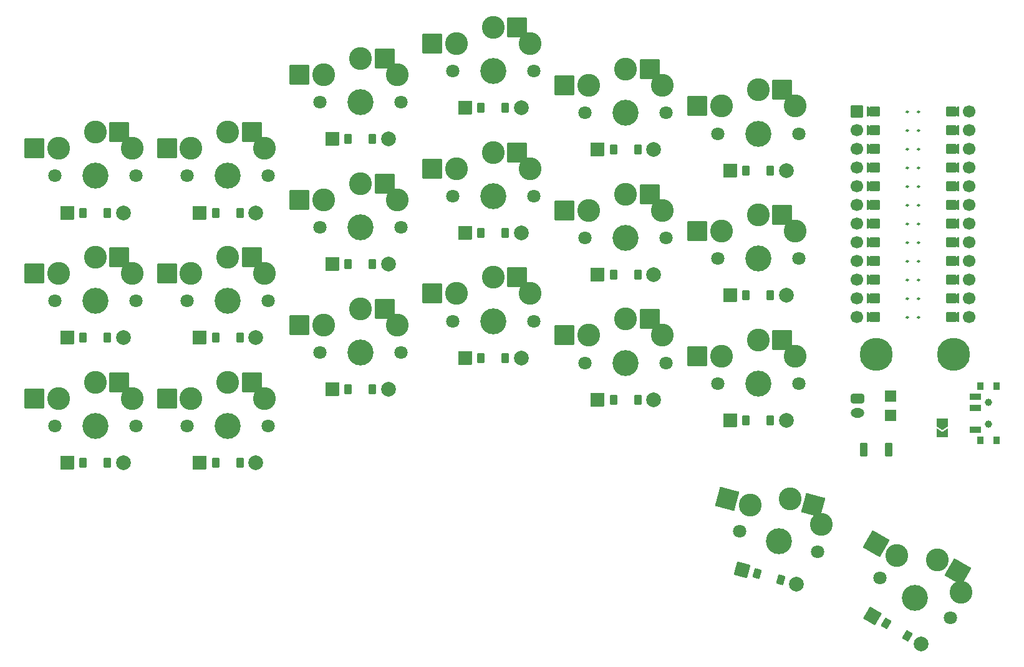
<source format=gbr>
%TF.GenerationSoftware,KiCad,Pcbnew,(7.0.0-0)*%
%TF.CreationDate,2023-02-19T20:14:33+01:00*%
%TF.ProjectId,karlkb_6x3,6b61726c-6b62-45f3-9678-332e6b696361,v0.1*%
%TF.SameCoordinates,Original*%
%TF.FileFunction,Soldermask,Top*%
%TF.FilePolarity,Negative*%
%FSLAX46Y46*%
G04 Gerber Fmt 4.6, Leading zero omitted, Abs format (unit mm)*
G04 Created by KiCad (PCBNEW (7.0.0-0)) date 2023-02-19 20:14:33*
%MOMM*%
%LPD*%
G01*
G04 APERTURE LIST*
G04 Aperture macros list*
%AMRoundRect*
0 Rectangle with rounded corners*
0 $1 Rounding radius*
0 $2 $3 $4 $5 $6 $7 $8 $9 X,Y pos of 4 corners*
0 Add a 4 corners polygon primitive as box body*
4,1,4,$2,$3,$4,$5,$6,$7,$8,$9,$2,$3,0*
0 Add four circle primitives for the rounded corners*
1,1,$1+$1,$2,$3*
1,1,$1+$1,$4,$5*
1,1,$1+$1,$6,$7*
1,1,$1+$1,$8,$9*
0 Add four rect primitives between the rounded corners*
20,1,$1+$1,$2,$3,$4,$5,0*
20,1,$1+$1,$4,$5,$6,$7,0*
20,1,$1+$1,$6,$7,$8,$9,0*
20,1,$1+$1,$8,$9,$2,$3,0*%
%AMFreePoly0*
4,1,16,0.635355,1.035355,0.650000,1.000000,0.650000,-0.250000,0.635355,-0.285355,0.600000,-0.300000,-0.600000,-0.300000,-0.635355,-0.285355,-0.650000,-0.250000,-0.650000,1.000000,-0.635355,1.035355,-0.600000,1.050000,-0.564645,1.035355,0.000000,0.470710,0.564645,1.035355,0.600000,1.050000,0.635355,1.035355,0.635355,1.035355,$1*%
%AMFreePoly1*
4,1,14,0.635355,0.435355,0.650000,0.400000,0.650000,0.200000,0.635355,0.164645,0.035355,-0.435355,0.000000,-0.450000,-0.035355,-0.435355,-0.635355,0.164645,-0.650000,0.200000,-0.650000,0.400000,-0.635355,0.435355,-0.600000,0.450000,0.600000,0.450000,0.635355,0.435355,0.635355,0.435355,$1*%
%AMFreePoly2*
4,1,16,0.523593,0.794084,0.541603,0.777735,1.041603,0.027735,1.050000,0.000000,1.041603,-0.027735,0.541603,-0.777735,0.523593,-0.794084,0.500000,-0.800000,-0.500000,-0.800000,-0.535355,-0.785355,-0.550000,-0.750000,-0.550000,0.750000,-0.535355,0.785355,-0.500000,0.800000,0.500000,0.800000,0.523593,0.794084,0.523593,0.794084,$1*%
%AMFreePoly3*
4,1,16,0.535355,0.785355,0.550000,0.750000,0.550000,-0.750000,0.535355,-0.785355,0.500000,-0.800000,-0.650000,-0.800000,-0.682954,-0.787603,-0.699568,-0.756561,-0.691603,-0.722265,-0.210093,0.000000,-0.691603,0.722265,-0.699568,0.756561,-0.682954,0.787603,-0.650000,0.800000,0.500000,0.800000,0.535355,0.785355,0.535355,0.785355,$1*%
G04 Aperture macros list end*
%ADD10C,0.100000*%
%ADD11C,0.250000*%
%ADD12C,3.529000*%
%ADD13C,1.801800*%
%ADD14C,3.100000*%
%ADD15RoundRect,0.050000X-1.300000X-1.300000X1.300000X-1.300000X1.300000X1.300000X-1.300000X1.300000X0*%
%ADD16RoundRect,0.050000X-1.592168X-0.919239X0.919239X-1.592168X1.592168X0.919239X-0.919239X1.592168X0*%
%ADD17RoundRect,0.050000X-1.775833X-0.475833X0.475833X-1.775833X1.775833X0.475833X-0.475833X1.775833X0*%
%ADD18RoundRect,0.050000X-0.450000X-0.600000X0.450000X-0.600000X0.450000X0.600000X-0.450000X0.600000X0*%
%ADD19C,2.005000*%
%ADD20RoundRect,0.050000X-0.889000X-0.889000X0.889000X-0.889000X0.889000X0.889000X-0.889000X0.889000X0*%
%ADD21RoundRect,0.050000X-0.589958X-0.463087X0.279375X-0.696024X0.589958X0.463087X-0.279375X0.696024X0*%
%ADD22RoundRect,0.050000X-1.088798X-0.628618X0.628618X-1.088798X1.088798X0.628618X-0.628618X1.088798X0*%
%ADD23RoundRect,0.050000X-0.689711X-0.294615X0.089711X-0.744615X0.689711X0.294615X-0.089711X0.744615X0*%
%ADD24RoundRect,0.050000X-1.214397X-0.325397X0.325397X-1.214397X1.214397X0.325397X-0.325397X1.214397X0*%
%ADD25FreePoly0,270.000000*%
%ADD26FreePoly1,270.000000*%
%ADD27FreePoly0,90.000000*%
%ADD28FreePoly1,90.000000*%
%ADD29RoundRect,0.050000X-0.800000X0.800000X-0.800000X-0.800000X0.800000X-0.800000X0.800000X0.800000X0*%
%ADD30C,1.700000*%
%ADD31RoundRect,0.300000X-0.625000X-0.350000X0.625000X-0.350000X0.625000X0.350000X-0.625000X0.350000X0*%
%ADD32O,1.850000X1.300000*%
%ADD33RoundRect,0.050000X-0.750000X-0.750000X0.750000X-0.750000X0.750000X0.750000X-0.750000X0.750000X0*%
%ADD34FreePoly2,270.000000*%
%ADD35FreePoly3,270.000000*%
%ADD36C,1.000000*%
%ADD37RoundRect,0.050000X0.750000X-0.350000X0.750000X0.350000X-0.750000X0.350000X-0.750000X-0.350000X0*%
%ADD38RoundRect,0.050000X0.400000X-0.500000X0.400000X0.500000X-0.400000X0.500000X-0.400000X-0.500000X0*%
%ADD39RoundRect,0.050000X-0.450000X-0.850000X0.450000X-0.850000X0.450000X0.850000X-0.450000X0.850000X0*%
%ADD40C,4.500000*%
G04 APERTURE END LIST*
%TO.C,MCU1*%
G36*
X255920000Y-107788000D02*
G01*
X254904000Y-107788000D01*
X254904000Y-106772000D01*
X255920000Y-106772000D01*
X255920000Y-107788000D01*
G37*
D10*
X255920000Y-107788000D02*
X254904000Y-107788000D01*
X254904000Y-106772000D01*
X255920000Y-106772000D01*
X255920000Y-107788000D01*
G36*
X255920000Y-110328000D02*
G01*
X254904000Y-110328000D01*
X254904000Y-109312000D01*
X255920000Y-109312000D01*
X255920000Y-110328000D01*
G37*
X255920000Y-110328000D02*
X254904000Y-110328000D01*
X254904000Y-109312000D01*
X255920000Y-109312000D01*
X255920000Y-110328000D01*
G36*
X255920000Y-112868000D02*
G01*
X254904000Y-112868000D01*
X254904000Y-111852000D01*
X255920000Y-111852000D01*
X255920000Y-112868000D01*
G37*
X255920000Y-112868000D02*
X254904000Y-112868000D01*
X254904000Y-111852000D01*
X255920000Y-111852000D01*
X255920000Y-112868000D01*
G36*
X255920000Y-115408000D02*
G01*
X254904000Y-115408000D01*
X254904000Y-114392000D01*
X255920000Y-114392000D01*
X255920000Y-115408000D01*
G37*
X255920000Y-115408000D02*
X254904000Y-115408000D01*
X254904000Y-114392000D01*
X255920000Y-114392000D01*
X255920000Y-115408000D01*
G36*
X255920000Y-117948000D02*
G01*
X254904000Y-117948000D01*
X254904000Y-116932000D01*
X255920000Y-116932000D01*
X255920000Y-117948000D01*
G37*
X255920000Y-117948000D02*
X254904000Y-117948000D01*
X254904000Y-116932000D01*
X255920000Y-116932000D01*
X255920000Y-117948000D01*
G36*
X255920000Y-120488000D02*
G01*
X254904000Y-120488000D01*
X254904000Y-119472000D01*
X255920000Y-119472000D01*
X255920000Y-120488000D01*
G37*
X255920000Y-120488000D02*
X254904000Y-120488000D01*
X254904000Y-119472000D01*
X255920000Y-119472000D01*
X255920000Y-120488000D01*
G36*
X255920000Y-123028000D02*
G01*
X254904000Y-123028000D01*
X254904000Y-122012000D01*
X255920000Y-122012000D01*
X255920000Y-123028000D01*
G37*
X255920000Y-123028000D02*
X254904000Y-123028000D01*
X254904000Y-122012000D01*
X255920000Y-122012000D01*
X255920000Y-123028000D01*
G36*
X255920000Y-125568000D02*
G01*
X254904000Y-125568000D01*
X254904000Y-124552000D01*
X255920000Y-124552000D01*
X255920000Y-125568000D01*
G37*
X255920000Y-125568000D02*
X254904000Y-125568000D01*
X254904000Y-124552000D01*
X255920000Y-124552000D01*
X255920000Y-125568000D01*
G36*
X255920000Y-128108000D02*
G01*
X254904000Y-128108000D01*
X254904000Y-127092000D01*
X255920000Y-127092000D01*
X255920000Y-128108000D01*
G37*
X255920000Y-128108000D02*
X254904000Y-128108000D01*
X254904000Y-127092000D01*
X255920000Y-127092000D01*
X255920000Y-128108000D01*
G36*
X255920000Y-130648000D02*
G01*
X254904000Y-130648000D01*
X254904000Y-129632000D01*
X255920000Y-129632000D01*
X255920000Y-130648000D01*
G37*
X255920000Y-130648000D02*
X254904000Y-130648000D01*
X254904000Y-129632000D01*
X255920000Y-129632000D01*
X255920000Y-130648000D01*
G36*
X255920000Y-133188000D02*
G01*
X254904000Y-133188000D01*
X254904000Y-132172000D01*
X255920000Y-132172000D01*
X255920000Y-133188000D01*
G37*
X255920000Y-133188000D02*
X254904000Y-133188000D01*
X254904000Y-132172000D01*
X255920000Y-132172000D01*
X255920000Y-133188000D01*
G36*
X255920000Y-135728000D02*
G01*
X254904000Y-135728000D01*
X254904000Y-134712000D01*
X255920000Y-134712000D01*
X255920000Y-135728000D01*
G37*
X255920000Y-135728000D02*
X254904000Y-135728000D01*
X254904000Y-134712000D01*
X255920000Y-134712000D01*
X255920000Y-135728000D01*
G36*
X267096000Y-135728000D02*
G01*
X266080000Y-135728000D01*
X266080000Y-134712000D01*
X267096000Y-134712000D01*
X267096000Y-135728000D01*
G37*
X267096000Y-135728000D02*
X266080000Y-135728000D01*
X266080000Y-134712000D01*
X267096000Y-134712000D01*
X267096000Y-135728000D01*
G36*
X267096000Y-130648000D02*
G01*
X266080000Y-130648000D01*
X266080000Y-129632000D01*
X267096000Y-129632000D01*
X267096000Y-130648000D01*
G37*
X267096000Y-130648000D02*
X266080000Y-130648000D01*
X266080000Y-129632000D01*
X267096000Y-129632000D01*
X267096000Y-130648000D01*
G36*
X267096000Y-125568000D02*
G01*
X266080000Y-125568000D01*
X266080000Y-124552000D01*
X267096000Y-124552000D01*
X267096000Y-125568000D01*
G37*
X267096000Y-125568000D02*
X266080000Y-125568000D01*
X266080000Y-124552000D01*
X267096000Y-124552000D01*
X267096000Y-125568000D01*
G36*
X267096000Y-115408000D02*
G01*
X266080000Y-115408000D01*
X266080000Y-114392000D01*
X267096000Y-114392000D01*
X267096000Y-115408000D01*
G37*
X267096000Y-115408000D02*
X266080000Y-115408000D01*
X266080000Y-114392000D01*
X267096000Y-114392000D01*
X267096000Y-115408000D01*
G36*
X267096000Y-133188000D02*
G01*
X266080000Y-133188000D01*
X266080000Y-132172000D01*
X267096000Y-132172000D01*
X267096000Y-133188000D01*
G37*
X267096000Y-133188000D02*
X266080000Y-133188000D01*
X266080000Y-132172000D01*
X267096000Y-132172000D01*
X267096000Y-133188000D01*
G36*
X267096000Y-128108000D02*
G01*
X266080000Y-128108000D01*
X266080000Y-127092000D01*
X267096000Y-127092000D01*
X267096000Y-128108000D01*
G37*
X267096000Y-128108000D02*
X266080000Y-128108000D01*
X266080000Y-127092000D01*
X267096000Y-127092000D01*
X267096000Y-128108000D01*
G36*
X267096000Y-120488000D02*
G01*
X266080000Y-120488000D01*
X266080000Y-119472000D01*
X267096000Y-119472000D01*
X267096000Y-120488000D01*
G37*
X267096000Y-120488000D02*
X266080000Y-120488000D01*
X266080000Y-119472000D01*
X267096000Y-119472000D01*
X267096000Y-120488000D01*
G36*
X267096000Y-117948000D02*
G01*
X266080000Y-117948000D01*
X266080000Y-116932000D01*
X267096000Y-116932000D01*
X267096000Y-117948000D01*
G37*
X267096000Y-117948000D02*
X266080000Y-117948000D01*
X266080000Y-116932000D01*
X267096000Y-116932000D01*
X267096000Y-117948000D01*
G36*
X267096000Y-112868000D02*
G01*
X266080000Y-112868000D01*
X266080000Y-111852000D01*
X267096000Y-111852000D01*
X267096000Y-112868000D01*
G37*
X267096000Y-112868000D02*
X266080000Y-112868000D01*
X266080000Y-111852000D01*
X267096000Y-111852000D01*
X267096000Y-112868000D01*
G36*
X267096000Y-110328000D02*
G01*
X266080000Y-110328000D01*
X266080000Y-109312000D01*
X267096000Y-109312000D01*
X267096000Y-110328000D01*
G37*
X267096000Y-110328000D02*
X266080000Y-110328000D01*
X266080000Y-109312000D01*
X267096000Y-109312000D01*
X267096000Y-110328000D01*
G36*
X267096000Y-123028000D02*
G01*
X266080000Y-123028000D01*
X266080000Y-122012000D01*
X267096000Y-122012000D01*
X267096000Y-123028000D01*
G37*
X267096000Y-123028000D02*
X266080000Y-123028000D01*
X266080000Y-122012000D01*
X267096000Y-122012000D01*
X267096000Y-123028000D01*
G36*
X267096000Y-107788000D02*
G01*
X266080000Y-107788000D01*
X266080000Y-106772000D01*
X267096000Y-106772000D01*
X267096000Y-107788000D01*
G37*
X267096000Y-107788000D02*
X266080000Y-107788000D01*
X266080000Y-106772000D01*
X267096000Y-106772000D01*
X267096000Y-107788000D01*
D11*
X261887000Y-107280000D02*
G75*
G03*
X261887000Y-107280000I-125000J0D01*
G01*
X260363000Y-107280000D02*
G75*
G03*
X260363000Y-107280000I-125000J0D01*
G01*
X260363000Y-109820000D02*
G75*
G03*
X260363000Y-109820000I-125000J0D01*
G01*
X261887000Y-109820000D02*
G75*
G03*
X261887000Y-109820000I-125000J0D01*
G01*
X261887000Y-112360000D02*
G75*
G03*
X261887000Y-112360000I-125000J0D01*
G01*
X260363000Y-112360000D02*
G75*
G03*
X260363000Y-112360000I-125000J0D01*
G01*
X261887000Y-114900000D02*
G75*
G03*
X261887000Y-114900000I-125000J0D01*
G01*
X260363000Y-114900000D02*
G75*
G03*
X260363000Y-114900000I-125000J0D01*
G01*
X261887000Y-117440000D02*
G75*
G03*
X261887000Y-117440000I-125000J0D01*
G01*
X260363000Y-117440000D02*
G75*
G03*
X260363000Y-117440000I-125000J0D01*
G01*
X261887000Y-119980000D02*
G75*
G03*
X261887000Y-119980000I-125000J0D01*
G01*
X260363000Y-119980000D02*
G75*
G03*
X260363000Y-119980000I-125000J0D01*
G01*
X261887000Y-122520000D02*
G75*
G03*
X261887000Y-122520000I-125000J0D01*
G01*
X260363000Y-122520000D02*
G75*
G03*
X260363000Y-122520000I-125000J0D01*
G01*
X261887000Y-125060000D02*
G75*
G03*
X261887000Y-125060000I-125000J0D01*
G01*
X260363000Y-125060000D02*
G75*
G03*
X260363000Y-125060000I-125000J0D01*
G01*
X261887000Y-127600000D02*
G75*
G03*
X261887000Y-127600000I-125000J0D01*
G01*
X260363000Y-127600000D02*
G75*
G03*
X260363000Y-127600000I-125000J0D01*
G01*
X261887000Y-130140000D02*
G75*
G03*
X261887000Y-130140000I-125000J0D01*
G01*
X260363000Y-130140000D02*
G75*
G03*
X260363000Y-130140000I-125000J0D01*
G01*
X261887000Y-132680000D02*
G75*
G03*
X261887000Y-132680000I-125000J0D01*
G01*
X260363000Y-132680000D02*
G75*
G03*
X260363000Y-132680000I-125000J0D01*
G01*
X261887000Y-135220000D02*
G75*
G03*
X261887000Y-135220000I-125000J0D01*
G01*
X260363000Y-135220000D02*
G75*
G03*
X260363000Y-135220000I-125000J0D01*
G01*
%TD*%
D12*
%TO.C,S1*%
X150000000Y-150000000D03*
D13*
X155500000Y-150000000D03*
X144500000Y-150000000D03*
D14*
X155000000Y-146250000D03*
X150000000Y-144050000D03*
X145000000Y-146250000D03*
X150000000Y-144050000D03*
D15*
X153275000Y-144050000D03*
X141725000Y-146250000D03*
%TD*%
D12*
%TO.C,S2*%
X150000000Y-133000000D03*
D13*
X155500000Y-133000000D03*
X144500000Y-133000000D03*
D14*
X155000000Y-129250000D03*
X150000000Y-127050000D03*
X145000000Y-129250000D03*
X150000000Y-127050000D03*
D15*
X153275000Y-127050000D03*
X141725000Y-129250000D03*
%TD*%
D12*
%TO.C,S3*%
X150000000Y-116000000D03*
D13*
X155500000Y-116000000D03*
X144500000Y-116000000D03*
D14*
X155000000Y-112250000D03*
X150000000Y-110050000D03*
X145000000Y-112250000D03*
X150000000Y-110050000D03*
D15*
X153275000Y-110050000D03*
X141725000Y-112250000D03*
%TD*%
D12*
%TO.C,S4*%
X168000000Y-150000000D03*
D13*
X173500000Y-150000000D03*
X162500000Y-150000000D03*
D14*
X173000000Y-146250000D03*
X168000000Y-144050000D03*
X163000000Y-146250000D03*
X168000000Y-144050000D03*
D15*
X171275000Y-144050000D03*
X159725000Y-146250000D03*
%TD*%
D12*
%TO.C,S5*%
X168000000Y-133000000D03*
D13*
X173500000Y-133000000D03*
X162500000Y-133000000D03*
D14*
X173000000Y-129250000D03*
X168000000Y-127050000D03*
X163000000Y-129250000D03*
X168000000Y-127050000D03*
D15*
X171275000Y-127050000D03*
X159725000Y-129250000D03*
%TD*%
D12*
%TO.C,S6*%
X168000000Y-116000000D03*
D13*
X173500000Y-116000000D03*
X162500000Y-116000000D03*
D14*
X173000000Y-112250000D03*
X168000000Y-110050000D03*
X163000000Y-112250000D03*
X168000000Y-110050000D03*
D15*
X171275000Y-110050000D03*
X159725000Y-112250000D03*
%TD*%
D12*
%TO.C,S7*%
X186000000Y-140000000D03*
D13*
X191500000Y-140000000D03*
X180500000Y-140000000D03*
D14*
X191000000Y-136250000D03*
X186000000Y-134050000D03*
X181000000Y-136250000D03*
X186000000Y-134050000D03*
D15*
X189275000Y-134050000D03*
X177725000Y-136250000D03*
%TD*%
D12*
%TO.C,S8*%
X186000000Y-123000000D03*
D13*
X191500000Y-123000000D03*
X180500000Y-123000000D03*
D14*
X191000000Y-119250000D03*
X186000000Y-117050000D03*
X181000000Y-119250000D03*
X186000000Y-117050000D03*
D15*
X189275000Y-117050000D03*
X177725000Y-119250000D03*
%TD*%
D12*
%TO.C,S9*%
X186000000Y-106000000D03*
D13*
X191500000Y-106000000D03*
X180500000Y-106000000D03*
D14*
X191000000Y-102250000D03*
X186000000Y-100050000D03*
X181000000Y-102250000D03*
X186000000Y-100050000D03*
D15*
X189275000Y-100050000D03*
X177725000Y-102250000D03*
%TD*%
D12*
%TO.C,S10*%
X204000000Y-135750000D03*
D13*
X209500000Y-135750000D03*
X198500000Y-135750000D03*
D14*
X209000000Y-132000000D03*
X204000000Y-129800000D03*
X199000000Y-132000000D03*
X204000000Y-129800000D03*
D15*
X207275000Y-129800000D03*
X195725000Y-132000000D03*
%TD*%
D12*
%TO.C,S11*%
X204000000Y-118750000D03*
D13*
X209500000Y-118750000D03*
X198500000Y-118750000D03*
D14*
X209000000Y-115000000D03*
X204000000Y-112800000D03*
X199000000Y-115000000D03*
X204000000Y-112800000D03*
D15*
X207275000Y-112800000D03*
X195725000Y-115000000D03*
%TD*%
D12*
%TO.C,S12*%
X204000000Y-101750000D03*
D13*
X209500000Y-101750000D03*
X198500000Y-101750000D03*
D14*
X209000000Y-98000000D03*
X204000000Y-95800000D03*
X199000000Y-98000000D03*
X204000000Y-95800000D03*
D15*
X207275000Y-95800000D03*
X195725000Y-98000000D03*
%TD*%
D12*
%TO.C,S13*%
X222000000Y-141416667D03*
D13*
X227500000Y-141416667D03*
X216500000Y-141416667D03*
D14*
X227000000Y-137666667D03*
X222000000Y-135466667D03*
X217000000Y-137666667D03*
X222000000Y-135466667D03*
D15*
X225275000Y-135466667D03*
X213725000Y-137666667D03*
%TD*%
D12*
%TO.C,S14*%
X222000000Y-124416667D03*
D13*
X227500000Y-124416667D03*
X216500000Y-124416667D03*
D14*
X227000000Y-120666667D03*
X222000000Y-118466667D03*
X217000000Y-120666667D03*
X222000000Y-118466667D03*
D15*
X225275000Y-118466667D03*
X213725000Y-120666667D03*
%TD*%
D12*
%TO.C,S15*%
X222000000Y-107416667D03*
D13*
X227500000Y-107416667D03*
X216500000Y-107416667D03*
D14*
X227000000Y-103666667D03*
X222000000Y-101466667D03*
X217000000Y-103666667D03*
X222000000Y-101466667D03*
D15*
X225275000Y-101466667D03*
X213725000Y-103666667D03*
%TD*%
D12*
%TO.C,S16*%
X240000000Y-144250000D03*
D13*
X245500000Y-144250000D03*
X234500000Y-144250000D03*
D14*
X245000000Y-140500000D03*
X240000000Y-138300000D03*
X235000000Y-140500000D03*
X240000000Y-138300000D03*
D15*
X243275000Y-138300000D03*
X231725000Y-140500000D03*
%TD*%
D12*
%TO.C,S17*%
X240000000Y-127250000D03*
D13*
X245500000Y-127250000D03*
X234500000Y-127250000D03*
D14*
X245000000Y-123500000D03*
X240000000Y-121300000D03*
X235000000Y-123500000D03*
X240000000Y-121300000D03*
D15*
X243275000Y-121300000D03*
X231725000Y-123500000D03*
%TD*%
D12*
%TO.C,S18*%
X240000000Y-110250000D03*
D13*
X245500000Y-110250000D03*
X234500000Y-110250000D03*
D14*
X245000000Y-106500000D03*
X240000000Y-104300000D03*
X235000000Y-106500000D03*
X240000000Y-104300000D03*
D15*
X243275000Y-104300000D03*
X231725000Y-106500000D03*
%TD*%
D12*
%TO.C,S19*%
X242773279Y-165684854D03*
D13*
X248085871Y-167108359D03*
X237460687Y-164261349D03*
D14*
X248573480Y-163356727D03*
X244313252Y-159937595D03*
X238914221Y-160768537D03*
X244313252Y-159937595D03*
D16*
X247476659Y-160785228D03*
X235750814Y-159920905D03*
%TD*%
D12*
%TO.C,S20*%
X261310878Y-173363379D03*
D13*
X266074018Y-176113379D03*
X256547738Y-170613379D03*
D14*
X267516005Y-172615784D03*
X264285878Y-168210528D03*
X258855751Y-167615784D03*
X264285878Y-168210528D03*
D17*
X267122111Y-169848028D03*
X256019518Y-165978284D03*
%TD*%
D18*
%TO.C,D1*%
X148350000Y-155000000D03*
X151650000Y-155000000D03*
D19*
X153810000Y-155000000D03*
D20*
X146190000Y-155000000D03*
%TD*%
D18*
%TO.C,D2*%
X148350000Y-138000000D03*
X151650000Y-138000000D03*
D19*
X153810000Y-138000000D03*
D20*
X146190000Y-138000000D03*
%TD*%
D18*
%TO.C,D3*%
X148350000Y-121000000D03*
X151650000Y-121000000D03*
D19*
X153810000Y-121000000D03*
D20*
X146190000Y-121000000D03*
%TD*%
D18*
%TO.C,D4*%
X166350000Y-155000000D03*
X169650000Y-155000000D03*
D19*
X171810000Y-155000000D03*
D20*
X164190000Y-155000000D03*
%TD*%
D18*
%TO.C,D5*%
X166350000Y-138000000D03*
X169650000Y-138000000D03*
D19*
X171810000Y-138000000D03*
D20*
X164190000Y-138000000D03*
%TD*%
D18*
%TO.C,D6*%
X166350000Y-121000000D03*
X169650000Y-121000000D03*
D19*
X171810000Y-121000000D03*
D20*
X164190000Y-121000000D03*
%TD*%
D18*
%TO.C,D7*%
X184350000Y-145000000D03*
X187650000Y-145000000D03*
D19*
X189810000Y-145000000D03*
D20*
X182190000Y-145000000D03*
%TD*%
D18*
%TO.C,D8*%
X184350000Y-128000000D03*
X187650000Y-128000000D03*
D19*
X189810000Y-128000000D03*
D20*
X182190000Y-128000000D03*
%TD*%
D18*
%TO.C,D9*%
X184350000Y-111000000D03*
X187650000Y-111000000D03*
D19*
X189810000Y-111000000D03*
D20*
X182190000Y-111000000D03*
%TD*%
D18*
%TO.C,D10*%
X202350000Y-140750000D03*
X205650000Y-140750000D03*
D19*
X207810000Y-140750000D03*
D20*
X200190000Y-140750000D03*
%TD*%
D18*
%TO.C,D11*%
X202350000Y-123750000D03*
X205650000Y-123750000D03*
D19*
X207810000Y-123750000D03*
D20*
X200190000Y-123750000D03*
%TD*%
D18*
%TO.C,D12*%
X202350000Y-106750000D03*
X205650000Y-106750000D03*
D19*
X207810000Y-106750000D03*
D20*
X200190000Y-106750000D03*
%TD*%
D18*
%TO.C,D13*%
X220350000Y-146416667D03*
X223650000Y-146416667D03*
D19*
X225810000Y-146416667D03*
D20*
X218190000Y-146416667D03*
%TD*%
D18*
%TO.C,D14*%
X220350000Y-129416667D03*
X223650000Y-129416667D03*
D19*
X225810000Y-129416667D03*
D20*
X218190000Y-129416667D03*
%TD*%
D18*
%TO.C,D15*%
X220350000Y-112416667D03*
X223650000Y-112416667D03*
D19*
X225810000Y-112416667D03*
D20*
X218190000Y-112416667D03*
%TD*%
D18*
%TO.C,D16*%
X238350000Y-149250000D03*
X241650000Y-149250000D03*
D19*
X243810000Y-149250000D03*
D20*
X236190000Y-149250000D03*
%TD*%
D18*
%TO.C,D17*%
X238350000Y-132250000D03*
X241650000Y-132250000D03*
D19*
X243810000Y-132250000D03*
D20*
X236190000Y-132250000D03*
%TD*%
D18*
%TO.C,D18*%
X238350000Y-115250000D03*
X241650000Y-115250000D03*
D19*
X243810000Y-115250000D03*
D20*
X236190000Y-115250000D03*
%TD*%
D21*
%TO.C,D19*%
X239885406Y-170087432D03*
X243072962Y-170941534D03*
D19*
X245159361Y-171500584D03*
D22*
X237799007Y-169528382D03*
%TD*%
D23*
%TO.C,D20*%
X257381936Y-176868506D03*
X260239820Y-178518506D03*
D19*
X262110435Y-179598506D03*
D24*
X255511321Y-175788506D03*
%TD*%
D25*
%TO.C,MCU1*%
X265826000Y-117440000D03*
X265826000Y-132680000D03*
D26*
X266842000Y-132680000D03*
X266842000Y-130140000D03*
D25*
X265826000Y-130140000D03*
D26*
X266842000Y-127600000D03*
X266842000Y-119980000D03*
X266842000Y-117440000D03*
D25*
X265826000Y-127600000D03*
D26*
X266842000Y-135220000D03*
X266842000Y-125060000D03*
D25*
X265826000Y-135220000D03*
X265826000Y-125060000D03*
D26*
X266842000Y-122520000D03*
D25*
X265826000Y-122520000D03*
X265826000Y-119980000D03*
D26*
X266842000Y-114900000D03*
X266842000Y-109820000D03*
D25*
X265826000Y-114900000D03*
X265826000Y-109820000D03*
D26*
X266842000Y-107280000D03*
X266842000Y-112360000D03*
D25*
X265826000Y-112360000D03*
X265826000Y-107280000D03*
D27*
X256174000Y-135220000D03*
D28*
X255158000Y-135220000D03*
D27*
X256174000Y-132680000D03*
D28*
X255158000Y-132680000D03*
D27*
X256174000Y-130140000D03*
D28*
X255158000Y-130140000D03*
D27*
X256174000Y-127600000D03*
D28*
X255158000Y-127600000D03*
D27*
X256174000Y-125060000D03*
D28*
X255158000Y-125060000D03*
D27*
X256174000Y-122520000D03*
D28*
X255158000Y-122520000D03*
D27*
X256174000Y-119980000D03*
D28*
X255158000Y-119980000D03*
D27*
X256174000Y-117440000D03*
D28*
X255158000Y-117440000D03*
D27*
X256174000Y-114900000D03*
D28*
X255158000Y-114900000D03*
D27*
X256174000Y-112360000D03*
D28*
X255158000Y-112360000D03*
D27*
X256174000Y-109820000D03*
D28*
X255158000Y-109820000D03*
D29*
X253380000Y-107280000D03*
D27*
X256174000Y-107280000D03*
D28*
X255158000Y-107280000D03*
D30*
X268620000Y-107280000D03*
X268620000Y-109820000D03*
X268620000Y-112360000D03*
X268620000Y-114900000D03*
X268620000Y-117440000D03*
X268620000Y-119980000D03*
X268620000Y-122520000D03*
X268620000Y-125060000D03*
X268620000Y-127600000D03*
X268620000Y-130140000D03*
X268620000Y-132680000D03*
X268620000Y-135220000D03*
X253380000Y-135220000D03*
X253380000Y-132680000D03*
X253380000Y-130140000D03*
X253380000Y-127600000D03*
X253380000Y-125060000D03*
X253380000Y-122520000D03*
X253380000Y-119980000D03*
X253380000Y-117440000D03*
X253380000Y-114900000D03*
X253380000Y-112360000D03*
X253380000Y-109820000D03*
X253380000Y-107280000D03*
%TD*%
D31*
%TO.C,_2*%
X253500000Y-146250000D03*
D32*
X253499999Y-148249999D03*
%TD*%
D33*
%TO.C,PAD1*%
X258000000Y-145950000D03*
%TD*%
%TO.C,PAD2*%
X258000000Y-148550000D03*
%TD*%
D34*
%TO.C,J2*%
X265000000Y-149525000D03*
D35*
X265000000Y-150975000D03*
%TD*%
D36*
%TO.C,_3*%
X271230000Y-149750000D03*
X271230000Y-146750000D03*
D37*
X269470000Y-150500000D03*
X269470000Y-147500000D03*
X269470000Y-146000000D03*
D38*
X272330000Y-151900000D03*
X272330000Y-144600000D03*
X270120000Y-144600000D03*
X270120000Y-151900000D03*
D36*
X271230000Y-149750000D03*
X271230000Y-146750000D03*
%TD*%
D39*
%TO.C,_4_B*%
X257700000Y-153250000D03*
X254300000Y-153250000D03*
%TD*%
D40*
%TO.C,_73*%
X256000000Y-140250000D03*
%TD*%
%TO.C,_74*%
X266500000Y-140250000D03*
%TD*%
M02*

</source>
